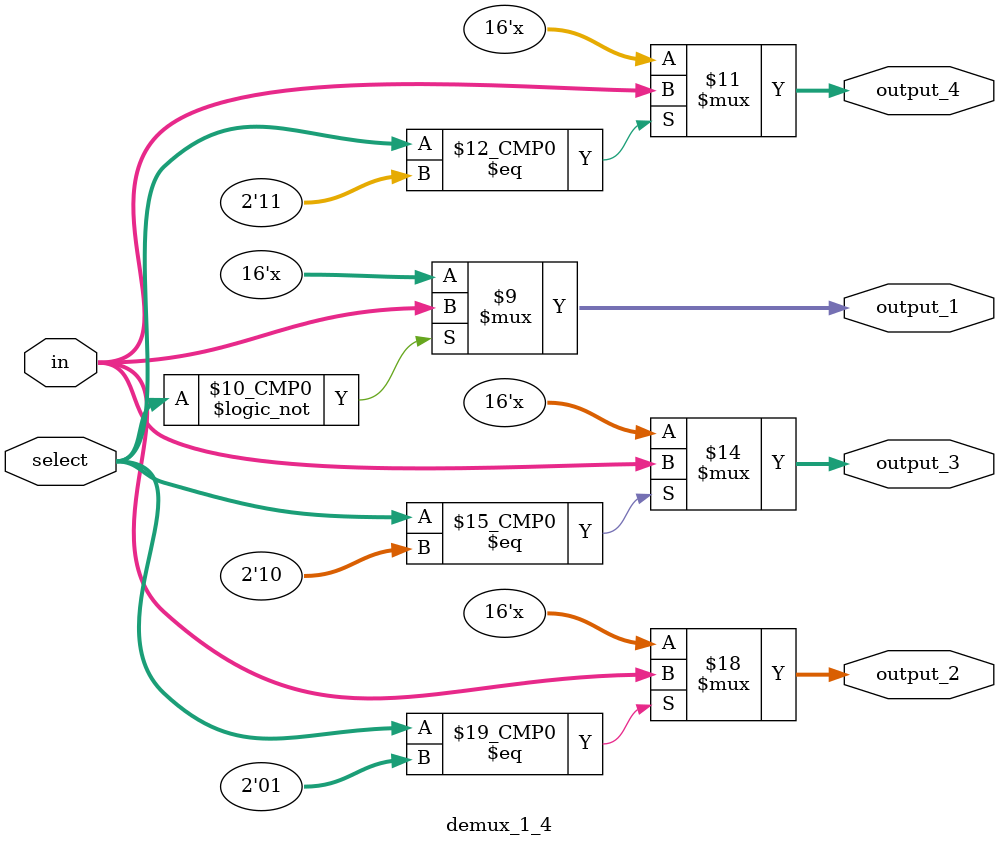
<source format=v>

module demux_1_4 (
    
   output reg [15:0] output_1, 
   output reg [15:0] output_2,
   output reg [15:0] output_3,
   output reg [15:0] output_4, 
   input [1:0] select,
   input [15:0] in
);

initial output_1 = 16'd0;
initial output_2 = 16'd0;
initial output_3 = 16'd0;
initial output_4 = 16'd0;

 always @(*) begin
case (select)
    2'b00 : output_1 = in;
    2'b01 : output_2 = in;
    2'b10 : output_3 = in;
    2'b11 : output_4 = in;

    
endcase
end

endmodule
</source>
